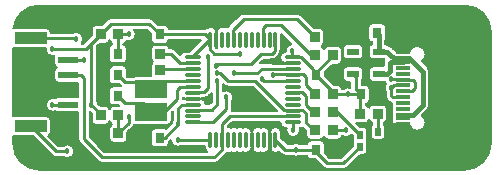
<source format=gtl>
G04 Layer: TopLayer*
G04 EasyEDA Pro v2.0.15, 2023-03-15 12:21:30*
G04 Gerber Generator version 0.3*
G04 Scale: 100 percent, Rotated: No, Reflected: No*
G04 Dimensions in millimeters*
G04 Leading zeros omitted, absolute positions, 3 integers and 3 decimals*
%FSLAX33Y33*%
%MOMM*%
%ADD999C,0.2032*%
%ADD10R,0.806475X0.864006*%
%ADD11R,0.799998X0.899998*%
%ADD12R,0.806475X0.864006*%
%ADD13R,0.799998X0.899998*%
%ADD14R,1.699997X0.599999*%
%ADD15R,2.699995X0.999998*%
%ADD16R,1.299997X0.299999*%
%ADD17O,1.8098X1.199998*%
%ADD18O,1.799996X1.199998*%
%ADD19O,1.999996X1.199998*%
%ADD20R,0.540004X0.636473*%
%ADD21O,1.499997X0.270002*%
%ADD22O,0.270002X1.499997*%
%ADD23R,0.540004X0.636473*%
%ADD24R,0.999998X0.599999*%
%ADD25R,2.699995X1.499997*%
%ADD26C,0.4572*%
%ADD27C,0.254*%
%ADD28C,0.381*%
G75*


G04 Copper Start*
G36*
G01X52982Y-30734D02*
G02X50800Y-32916I-2182J0D01*
G01X14732D01*
G02X12550Y-30734I0J2182D01*
G01Y-30089D01*
G03X12670Y-30110I120J337D01*
G01X14192D01*
G01X15794Y-31712D01*
G03X16137Y-31854I343J343D01*
G01X16815D01*
G03X17145Y-31956I330J485D01*
G03X17732Y-31369I0J587D01*
G03X17145Y-30782I-587J0D01*
G03X16815Y-30884I0J-587D01*
G01X16338D01*
G01X15528Y-30074D01*
G03X15728Y-29752I-158J322D01*
G01Y-28752D01*
G03X15370Y-28394I-358J0D01*
G01X12670D01*
G03X12550Y-28415I0J-358D01*
G01Y-22639D01*
G03X12670Y-22660I120J337D01*
G01X15293D01*
G03X15288Y-22733I582J-73D01*
G03X15875Y-23320I587J0D01*
G03X16017Y-23302I0J587D01*
G03X16014Y-23352I355J-50D01*
G01Y-23952D01*
G03X16221Y-24277I358J0D01*
G03X16014Y-24602I151J-325D01*
G01Y-25202D01*
G03X16372Y-25560I358J0D01*
G01X18057D01*
G01Y-26744D01*
G01X16372D01*
G03X16087Y-26885I0J-358D01*
G03X15875Y-26845I-212J-547D01*
G03X15288Y-27432I0J-587D01*
G03X15875Y-28019I587J0D01*
G03X16126Y-27962I0J587D01*
G03X16372Y-28060I246J260D01*
G01X18057D01*
G01Y-30353D01*
G03X18199Y-30696I485J0D01*
G01X19723Y-32220D01*
G03X20066Y-32362I343J343D01*
G01X29591D01*
G03X29934Y-32220I0J485D01*
G01X30597Y-31557D01*
G03X30641Y-31507I-343J343D01*
G03X30754Y-31520I113J480D01*
G03X31004Y-31452I0J493D01*
G03X31254Y-31520I250J425D01*
G03X31504Y-31452I0J493D01*
G03X31754Y-31520I250J425D01*
G03X32004Y-31452I0J493D01*
G03X32254Y-31520I250J425D01*
G03X32747Y-31027I0J493D01*
G01Y-29797D01*
G03X32254Y-29304I-493J0D01*
G03X32004Y-29372I0J-493D01*
G03X31754Y-29304I-250J-425D01*
G03X31504Y-29372I0J-493D01*
G03X31254Y-29304I-250J-425D01*
G03X31004Y-29372I0J-493D01*
G03X30754Y-29304I-250J-425D01*
G01X30739D01*
G01Y-29256D01*
G01X31098Y-28897D01*
G01X35146D01*
G01Y-28912D01*
G03X35639Y-29405I493J0D01*
G01X35697D01*
G03X35667Y-29591I557J-186D01*
G03X36254Y-30178I587J0D01*
G03X36841Y-29591I0J587D01*
G03X36810Y-29405I-587J0D01*
G01X36869D01*
G03X37062Y-29366I0J493D01*
G01X37347Y-29651D01*
G01Y-30023D01*
G03X37705Y-30381I358J0D01*
G01X38512D01*
G03X38862Y-30098I0J358D01*
G03X39212Y-30381I350J75D01*
G01X40019D01*
G03X40373Y-30076I0J358D01*
G01X40437D01*
G03X40767Y-30178I330J485D01*
G03X41218Y-29966I0J587D01*
G01X41282Y-30030D01*
G01Y-30290D01*
G03X41336Y-30480I358J0D01*
G03X41282Y-30670I304J-190D01*
G01Y-30930D01*
G01X40312Y-31900D01*
G01X39317D01*
G01X38920Y-31503D01*
G01Y-30792D01*
G03X38562Y-30434I-358J0D01*
G01X37762D01*
G03X37406Y-30757I0J-358D01*
G01X36795D01*
G03X36465Y-30655I-330J-485D01*
G03X36135Y-30757I0J-587D01*
G01X35785D01*
G01X35247Y-30219D01*
G01Y-29797D01*
G03X34754Y-29304I-493J0D01*
G03X34261Y-29797I0J-493D01*
G01Y-31027D01*
G03X34754Y-31520I493J0D01*
G03X35065Y-31409I0J493D01*
G01X35241Y-31585D01*
G03X35584Y-31727I343J343D01*
G01X36135D01*
G03X36465Y-31829I330J485D01*
G03X36795Y-31727I0J587D01*
G01X37406D01*
G03X37762Y-32050I356J35D01*
G01X38095D01*
G01X38773Y-32728D01*
G03X39116Y-32870I343J343D01*
G01X40513D01*
G03X40856Y-32728I0J485D01*
G01X41920Y-31665D01*
G01X42180D01*
G03X42538Y-31306I0J358D01*
G01Y-30670D01*
G03X42484Y-30480I-358J0D01*
G03X42538Y-30290I-304J190D01*
G01Y-29654D01*
G03X42180Y-29295I-358J0D01*
G01X41920D01*
G01X41608Y-28984D01*
G01X42322D01*
G03X42672Y-28701I0J358D01*
G03X42949Y-28977I350J75D01*
G01Y-29113D01*
G03X42806Y-29400I215J-286D01*
G01Y-30036D01*
G03X43164Y-30394I358J0D01*
G01X43704D01*
G03X44062Y-30036I0J358D01*
G01Y-29400D01*
G03X43919Y-29113I-358J0D01*
G01Y-28973D01*
G03X44187Y-28626I-91J347D01*
G01Y-27762D01*
G03X43829Y-27404I-358J0D01*
G01X43022D01*
G03X42672Y-27687I0J-358D01*
G03X42404Y-27413I-350J-75D01*
G01Y-27350D01*
G03X42730Y-26993I-32J357D01*
G01Y-26093D01*
G03X42372Y-25735I-358J0D01*
G01X42057D01*
G01Y-25393D01*
G03X42176Y-25126I-239J267D01*
G01Y-24526D01*
G03X41818Y-24168I-358J0D01*
G01X40818D01*
G03X40460Y-24526I0J-358D01*
G01Y-25126D01*
G03X40818Y-25484I358J0D01*
G01X41087D01*
G01Y-26003D01*
G03X40858Y-25956I-229J-540D01*
G03X40528Y-26058I0J-587D01*
G01X40373D01*
G03X40019Y-25753I-354J-53D01*
G01X39709D01*
G01X38920Y-24964D01*
G01Y-24622D01*
G01X39511Y-24031D01*
G01X40019D01*
G03X40377Y-23673I0J358D01*
G01Y-22809D01*
G03X40019Y-22451I-358J0D01*
G01X39212D01*
G03X38862Y-22734I0J-358D01*
G03X38651Y-22479I-350J-75D01*
G03X38870Y-22149I-139J330D01*
G01Y-21285D01*
G03X38512Y-20927I-358J0D01*
G01X38005D01*
G01X36928Y-19850D01*
G03X36585Y-19708I-343J-343D01*
G01X32054D01*
G03X31711Y-19850I0J-485D01*
G01X30850Y-20711D01*
G03X30777Y-20804I343J-343D01*
G01X30754D01*
G03X30504Y-20872I0J-493D01*
G03X30254Y-20804I-250J-425D01*
G03X29761Y-21297I0J-493D01*
G01Y-22527D01*
G03X29767Y-22604I493J0D01*
G01X29744Y-22581D01*
G03X29747Y-22527I-490J54D01*
G01Y-21297D01*
G03X29254Y-20804I-493J0D01*
G03X28873Y-20984I0J-493D01*
G03X28799Y-20978I-74J-479D01*
G01X25713D01*
G03X25357Y-20655I-356J-35D01*
G01X24835D01*
G01X24411Y-20231D01*
G03X24068Y-20089I-343J-343D01*
G01X20837D01*
G03X20494Y-20231I0J-485D01*
G01X20052Y-20673D01*
G01X19544D01*
G03X19186Y-21031I0J-358D01*
G01Y-21538D01*
G01X18707Y-22018D01*
G01X18477Y-22248D01*
G01X18333D01*
G03X18494Y-21844I-426J404D01*
G03X17907Y-21257I-587J0D01*
G03X17649Y-21317I0J-587D01*
G01X15728D01*
G01Y-21302D01*
G03X15370Y-20944I-358J0D01*
G01X12670D01*
G03X12564Y-20960I0J-358D01*
G02X14732Y-19027I2168J-249D01*
G01X50800D01*
G02X52982Y-21209I0J-2182D01*
G01Y-30734D01*
G37*
%LPC*%
G36*
G01X46083Y-29093D02*
G03X46771Y-29633I688J168D01*
G03X47479Y-28925I0J708D01*
G03X47135Y-28317I-708J0D01*
G01X47632Y-27820D01*
G03X47793Y-27432I-388J388D01*
G01Y-24638D01*
G03X47632Y-24250I-549J0D01*
G01X47135Y-23753D01*
G03X47479Y-23145I-364J608D01*
G03X46771Y-22437I-708J0D01*
G03X46094Y-22936I0J-708D01*
G01X46091D01*
G01X45591D01*
G01X45009D01*
G03X44731Y-22675I-519J-274D01*
G01X44593Y-22538D01*
G03X44281Y-22383I-388J-388D01*
G03X44067Y-22271I-263J-243D01*
G01Y-21990D01*
G03X44130Y-21786I-295J204D01*
G01Y-20886D01*
G03X43772Y-20528I-358J0D01*
G01X42972D01*
G03X42614Y-20886I0J-358D01*
G01Y-21786D01*
G03X42969Y-22144I358J0D01*
G01Y-22271D01*
G03X42660Y-22626I49J-355D01*
G01Y-23226D01*
G03X43018Y-23584I358J0D01*
G01X43985D01*
G03X43901Y-23876I465J-292D01*
G01Y-24168D01*
G01X43018D01*
G03X42660Y-24526I0J-358D01*
G01Y-25126D01*
G03X43018Y-25484I358J0D01*
G01X44018D01*
G01X44029D01*
G03X44106Y-25623I548J211D01*
G03X43990Y-25972I471J-350D01*
G03X44092Y-26302I587J0D01*
G01Y-26670D01*
G03X44234Y-27013I485J0D01*
G01X44349Y-27128D01*
G03X44583Y-27258I343J343D01*
G01Y-27435D01*
G03X44597Y-27535I358J0D01*
G03X44583Y-27635I344J-100D01*
G01Y-27935D01*
G03X44597Y-28035I358J0D01*
G03X44583Y-28135I344J-100D01*
G01Y-28435D01*
G01Y-28735D01*
G03X44941Y-29093I358J0D01*
G01X46083D01*
G37*
G36*
G01X33754Y-31520D02*
G03X34247Y-31027I0J493D01*
G01Y-29797D01*
G03X33754Y-29304I-493J0D01*
G03X33504Y-29372I0J-493D01*
G03X33254Y-29304I-250J-425D01*
G03X32761Y-29797I0J-493D01*
G01Y-31027D01*
G03X33254Y-31520I493J0D01*
G03X33504Y-31452I0J493D01*
G03X33754Y-31520I250J425D01*
G37*
G36*
G01X40460Y-23226D02*
G03X40818Y-23584I358J0D01*
G01X41818D01*
G03X42176Y-23226I0J358D01*
G01Y-22626D01*
G03X41818Y-22268I-358J0D01*
G01X40818D01*
G03X40460Y-22626I0J-358D01*
G01Y-23226D01*
G37*
%LPD*%
G36*
G01X20267Y-31392D02*
G01X19027Y-30152D01*
G01Y-27999D01*
G03X19067Y-28008I150J567D01*
G01X19186Y-28127D01*
G01Y-28753D01*
G03X19544Y-29111I358J0D01*
G01X20351D01*
G03X20701Y-28828I0J358D01*
G03X20912Y-29083I350J75D01*
G03X20693Y-29413I139J-330D01*
G01Y-30277D01*
G03X21051Y-30635I358J0D01*
G01X21858D01*
G03X22216Y-30277I0J358D01*
G01Y-29770D01*
G01X22695Y-29290D01*
G03X22814Y-29097I-343J343D01*
G03X22907Y-29109I93J346D01*
G01X25607D01*
G03X25965Y-28751I0J358D01*
G01Y-28061D01*
G01X26058Y-27968D01*
G01Y-28753D01*
G03X25967Y-28973I485J-330D01*
G01X25495Y-29445D01*
G03X25357Y-29418I-138J-331D01*
G01X24557D01*
G03X24199Y-29776I0J-358D01*
G01Y-30676D01*
G03X24557Y-31034I358J0D01*
G01X25357D01*
G03X25715Y-30676I0J358D01*
G01Y-30595D01*
G03X25743Y-30569I-315J369D01*
G01X25897Y-30415D01*
G03X26484Y-30999I587J3D01*
G03X26814Y-30897I0J587D01*
G01X28761D01*
G01Y-31027D01*
G03X28922Y-31392I493J0D01*
G01X20267D01*
G37*
G36*
G01X20701Y-27814D02*
G03X20351Y-27531I-350J-75D01*
G01X19962D01*
G01X19753Y-27322D01*
G03X19662Y-27102I-576J-110D01*
G01Y-22488D01*
G03X19660Y-22437I-485J0D01*
G01X19844Y-22253D01*
G01X20351D01*
G03X20701Y-21970I0J358D01*
G03X20916Y-22227I350J75D01*
G01Y-22316D01*
G03X20643Y-22664I85J-348D01*
G01Y-23564D01*
G03X21001Y-23922I358J0D01*
G01X21801D01*
G03X22159Y-23564I0J358D01*
G01Y-22664D01*
G03X21886Y-22316I-358J0D01*
G01Y-22252D01*
G03X22190Y-22027I-29J357D01*
G03X22352Y-22050I162J564D01*
G03X22939Y-21463I0J587D01*
G03X22778Y-21059I-587J0D01*
G01X23867D01*
G01X24199Y-21391D01*
G01Y-21913D01*
G03X24557Y-22271I358J0D01*
G01X25357D01*
G03X25713Y-21948I0J358D01*
G01X28415D01*
G01X27444Y-22919D01*
G01X27139D01*
G03X26689Y-23209I0J-493D01*
G01X26251Y-22771D01*
G03X25908Y-22629I-343J-343D01*
G01X25768D01*
G03X25414Y-22324I-354J-53D01*
G01X24607D01*
G03X24249Y-22682I0J-358D01*
G01Y-23546D01*
G03X24368Y-23812I358J0D01*
G03X24249Y-24079I239J-266D01*
G01Y-24943D01*
G03X24252Y-24993I358J0D01*
G01X22907D01*
G03X22739Y-25035I0J-358D01*
G01X22180D01*
G01X22159Y-25014D01*
G01Y-24442D01*
G03X21801Y-24084I-358J0D01*
G01X21001D01*
G03X20643Y-24442I0J-358D01*
G01Y-25342D01*
G03X21001Y-25700I358J0D01*
G01X21473D01*
G01X21635Y-25862D01*
G01X21001D01*
G03X20643Y-26220I0J-358D01*
G01Y-27120D01*
G03X21001Y-27478I358J0D01*
G01X21473D01*
G01X21526Y-27531D01*
G01X21051D01*
G03X20701Y-27814I0J-358D01*
G37*
G36*
G01X28861Y-27371D02*
G03X28369Y-26919I-491J-41D01*
G01X27139D01*
G03X27051Y-26927I0J-493D01*
G01X26901D01*
G01Y-26924D01*
G01Y-26844D01*
G03X27139Y-26905I238J432D01*
G01X28369D01*
G03X28612Y-26841I0J493D01*
G01X28709D01*
G03X29052Y-26699I0J485D01*
G01X29360Y-26391D01*
G01Y-27154D01*
G01X29143Y-27371D01*
G01X28861D01*
G37*
G36*
G01X31079Y-27927D02*
G03X31092Y-27813I-472J114D01*
G01Y-27127D01*
G03X31194Y-26797I-485J330D01*
G03X30607Y-26210I-587J0D01*
G03X30330Y-26280I0J-587D01*
G01Y-25730D01*
G03X30349Y-25701I-485J330D01*
G01X30391Y-25743D01*
G03X30734Y-25885I343J343D01*
G01X32811D01*
G01X34853Y-27927D01*
G01X31079D01*
G37*
G36*
G01X33413Y-23915D02*
G01X33729Y-23599D01*
G01X34461D01*
G03X34804Y-23457I0J485D01*
G01X35036Y-23225D01*
G03X35178Y-22882I-343J343D01*
G01Y-22779D01*
G03X35247Y-22527I-424J252D01*
G01Y-21425D01*
G01X36103Y-22281D01*
G03X35608Y-22860I92J-579D01*
G03X35611Y-22920I587J0D01*
G03X35146Y-23412I28J-492D01*
G03X35459Y-23871I493J0D01*
G01X33615D01*
G03X33413Y-23915I0J-485D01*
G37*
G36*
G01X36808Y-23905D02*
G01X36822Y-23919D01*
G01X36276D01*
G03X36244Y-23905I-210J-437D01*
G01X36808D01*
G37*
G54D999*
G01X52982Y-30734D02*
G02X50800Y-32916I-2182J0D01*
G01X14732D01*
G02X12550Y-30734I0J2182D01*
G01Y-30089D01*
G03X12670Y-30110I120J337D01*
G01X14192D01*
G01X15794Y-31712D01*
G03X16137Y-31854I343J343D01*
G01X16815D01*
G03X17145Y-31956I330J485D01*
G03X17732Y-31369I0J587D01*
G03X17145Y-30782I-587J0D01*
G03X16815Y-30884I0J-587D01*
G01X16338D01*
G01X15528Y-30074D01*
G03X15728Y-29752I-158J322D01*
G01Y-28752D01*
G03X15370Y-28394I-358J0D01*
G01X12670D01*
G03X12550Y-28415I0J-358D01*
G01Y-22639D01*
G03X12670Y-22660I120J337D01*
G01X15293D01*
G03X15288Y-22733I582J-73D01*
G03X15875Y-23320I587J0D01*
G03X16017Y-23302I0J587D01*
G03X16014Y-23352I355J-50D01*
G01Y-23952D01*
G03X16221Y-24277I358J0D01*
G03X16014Y-24602I151J-325D01*
G01Y-25202D01*
G03X16372Y-25560I358J0D01*
G01X18057D01*
G01Y-26744D01*
G01X16372D01*
G03X16087Y-26885I0J-358D01*
G03X15875Y-26845I-212J-547D01*
G03X15288Y-27432I0J-587D01*
G03X15875Y-28019I587J0D01*
G03X16126Y-27962I0J587D01*
G03X16372Y-28060I246J260D01*
G01X18057D01*
G01Y-30353D01*
G03X18199Y-30696I485J0D01*
G01X19723Y-32220D01*
G03X20066Y-32362I343J343D01*
G01X29591D01*
G03X29934Y-32220I0J485D01*
G01X30597Y-31557D01*
G03X30641Y-31507I-343J343D01*
G03X30754Y-31520I113J480D01*
G03X31004Y-31452I0J493D01*
G03X31254Y-31520I250J425D01*
G03X31504Y-31452I0J493D01*
G03X31754Y-31520I250J425D01*
G03X32004Y-31452I0J493D01*
G03X32254Y-31520I250J425D01*
G03X32747Y-31027I0J493D01*
G01Y-29797D01*
G03X32254Y-29304I-493J0D01*
G03X32004Y-29372I0J-493D01*
G03X31754Y-29304I-250J-425D01*
G03X31504Y-29372I0J-493D01*
G03X31254Y-29304I-250J-425D01*
G03X31004Y-29372I0J-493D01*
G03X30754Y-29304I-250J-425D01*
G01X30739D01*
G01Y-29256D01*
G01X31098Y-28897D01*
G01X35146D01*
G01Y-28912D01*
G03X35639Y-29405I493J0D01*
G01X35697D01*
G03X35667Y-29591I557J-186D01*
G03X36254Y-30178I587J0D01*
G03X36841Y-29591I0J587D01*
G03X36810Y-29405I-587J0D01*
G01X36869D01*
G03X37062Y-29366I0J493D01*
G01X37347Y-29651D01*
G01Y-30023D01*
G03X37705Y-30381I358J0D01*
G01X38512D01*
G03X38862Y-30098I0J358D01*
G03X39212Y-30381I350J75D01*
G01X40019D01*
G03X40373Y-30076I0J358D01*
G01X40437D01*
G03X40767Y-30178I330J485D01*
G03X41218Y-29966I0J587D01*
G01X41282Y-30030D01*
G01Y-30290D01*
G03X41336Y-30480I358J0D01*
G03X41282Y-30670I304J-190D01*
G01Y-30930D01*
G01X40312Y-31900D01*
G01X39317D01*
G01X38920Y-31503D01*
G01Y-30792D01*
G03X38562Y-30434I-358J0D01*
G01X37762D01*
G03X37406Y-30757I0J-358D01*
G01X36795D01*
G03X36465Y-30655I-330J-485D01*
G03X36135Y-30757I0J-587D01*
G01X35785D01*
G01X35247Y-30219D01*
G01Y-29797D01*
G03X34754Y-29304I-493J0D01*
G03X34261Y-29797I0J-493D01*
G01Y-31027D01*
G03X34754Y-31520I493J0D01*
G03X35065Y-31409I0J493D01*
G01X35241Y-31585D01*
G03X35584Y-31727I343J343D01*
G01X36135D01*
G03X36465Y-31829I330J485D01*
G03X36795Y-31727I0J587D01*
G01X37406D01*
G03X37762Y-32050I356J35D01*
G01X38095D01*
G01X38773Y-32728D01*
G03X39116Y-32870I343J343D01*
G01X40513D01*
G03X40856Y-32728I0J485D01*
G01X41920Y-31665D01*
G01X42180D01*
G03X42538Y-31306I0J358D01*
G01Y-30670D01*
G03X42484Y-30480I-358J0D01*
G03X42538Y-30290I-304J190D01*
G01Y-29654D01*
G03X42180Y-29295I-358J0D01*
G01X41920D01*
G01X41608Y-28984D01*
G01X42322D01*
G03X42672Y-28701I0J358D01*
G03X42949Y-28977I350J75D01*
G01Y-29113D01*
G03X42806Y-29400I215J-286D01*
G01Y-30036D01*
G03X43164Y-30394I358J0D01*
G01X43704D01*
G03X44062Y-30036I0J358D01*
G01Y-29400D01*
G03X43919Y-29113I-358J0D01*
G01Y-28973D01*
G03X44187Y-28626I-91J347D01*
G01Y-27762D01*
G03X43829Y-27404I-358J0D01*
G01X43022D01*
G03X42672Y-27687I0J-358D01*
G03X42404Y-27413I-350J-75D01*
G01Y-27350D01*
G03X42730Y-26993I-32J357D01*
G01Y-26093D01*
G03X42372Y-25735I-358J0D01*
G01X42057D01*
G01Y-25393D01*
G03X42176Y-25126I-239J267D01*
G01Y-24526D01*
G03X41818Y-24168I-358J0D01*
G01X40818D01*
G03X40460Y-24526I0J-358D01*
G01Y-25126D01*
G03X40818Y-25484I358J0D01*
G01X41087D01*
G01Y-26003D01*
G03X40858Y-25956I-229J-540D01*
G03X40528Y-26058I0J-587D01*
G01X40373D01*
G03X40019Y-25753I-354J-53D01*
G01X39709D01*
G01X38920Y-24964D01*
G01Y-24622D01*
G01X39511Y-24031D01*
G01X40019D01*
G03X40377Y-23673I0J358D01*
G01Y-22809D01*
G03X40019Y-22451I-358J0D01*
G01X39212D01*
G03X38862Y-22734I0J-358D01*
G03X38651Y-22479I-350J-75D01*
G03X38870Y-22149I-139J330D01*
G01Y-21285D01*
G03X38512Y-20927I-358J0D01*
G01X38005D01*
G01X36928Y-19850D01*
G03X36585Y-19708I-343J-343D01*
G01X32054D01*
G03X31711Y-19850I0J-485D01*
G01X30850Y-20711D01*
G03X30777Y-20804I343J-343D01*
G01X30754D01*
G03X30504Y-20872I0J-493D01*
G03X30254Y-20804I-250J-425D01*
G03X29761Y-21297I0J-493D01*
G01Y-22527D01*
G03X29767Y-22604I493J0D01*
G01X29744Y-22581D01*
G03X29747Y-22527I-490J54D01*
G01Y-21297D01*
G03X29254Y-20804I-493J0D01*
G03X28873Y-20984I0J-493D01*
G03X28799Y-20978I-74J-479D01*
G01X25713D01*
G03X25357Y-20655I-356J-35D01*
G01X24835D01*
G01X24411Y-20231D01*
G03X24068Y-20089I-343J-343D01*
G01X20837D01*
G03X20494Y-20231I0J-485D01*
G01X20052Y-20673D01*
G01X19544D01*
G03X19186Y-21031I0J-358D01*
G01Y-21538D01*
G01X18707Y-22018D01*
G01X18477Y-22248D01*
G01X18333D01*
G03X18494Y-21844I-426J404D01*
G03X17907Y-21257I-587J0D01*
G03X17649Y-21317I0J-587D01*
G01X15728D01*
G01Y-21302D01*
G03X15370Y-20944I-358J0D01*
G01X12670D01*
G03X12564Y-20960I0J-358D01*
G02X14732Y-19027I2168J-249D01*
G01X50800D01*
G02X52982Y-21209I0J-2182D01*
G01Y-30734D01*
G01X46083Y-29093D02*
G03X46771Y-29633I688J168D01*
G03X47479Y-28925I0J708D01*
G03X47135Y-28317I-708J0D01*
G01X47632Y-27820D01*
G03X47793Y-27432I-388J388D01*
G01Y-24638D01*
G03X47632Y-24250I-549J0D01*
G01X47135Y-23753D01*
G03X47479Y-23145I-364J608D01*
G03X46771Y-22437I-708J0D01*
G03X46094Y-22936I0J-708D01*
G01X46091D01*
G01X45591D01*
G01X45009D01*
G03X44731Y-22675I-519J-274D01*
G01X44593Y-22538D01*
G03X44281Y-22383I-388J-388D01*
G03X44067Y-22271I-263J-243D01*
G01Y-21990D01*
G03X44130Y-21786I-295J204D01*
G01Y-20886D01*
G03X43772Y-20528I-358J0D01*
G01X42972D01*
G03X42614Y-20886I0J-358D01*
G01Y-21786D01*
G03X42969Y-22144I358J0D01*
G01Y-22271D01*
G03X42660Y-22626I49J-355D01*
G01Y-23226D01*
G03X43018Y-23584I358J0D01*
G01X43985D01*
G03X43901Y-23876I465J-292D01*
G01Y-24168D01*
G01X43018D01*
G03X42660Y-24526I0J-358D01*
G01Y-25126D01*
G03X43018Y-25484I358J0D01*
G01X44018D01*
G01X44029D01*
G03X44106Y-25623I548J211D01*
G03X43990Y-25972I471J-350D01*
G03X44092Y-26302I587J0D01*
G01Y-26670D01*
G03X44234Y-27013I485J0D01*
G01X44349Y-27128D01*
G03X44583Y-27258I343J343D01*
G01Y-27435D01*
G03X44597Y-27535I358J0D01*
G03X44583Y-27635I344J-100D01*
G01Y-27935D01*
G03X44597Y-28035I358J0D01*
G03X44583Y-28135I344J-100D01*
G01Y-28435D01*
G01Y-28735D01*
G03X44941Y-29093I358J0D01*
G01X46083D01*
G01X33754Y-31520D02*
G03X34247Y-31027I0J493D01*
G01Y-29797D01*
G03X33754Y-29304I-493J0D01*
G03X33504Y-29372I0J-493D01*
G03X33254Y-29304I-250J-425D01*
G03X32761Y-29797I0J-493D01*
G01Y-31027D01*
G03X33254Y-31520I493J0D01*
G03X33504Y-31452I0J493D01*
G03X33754Y-31520I250J425D01*
G01X40460Y-23226D02*
G03X40818Y-23584I358J0D01*
G01X41818D01*
G03X42176Y-23226I0J358D01*
G01Y-22626D01*
G03X41818Y-22268I-358J0D01*
G01X40818D01*
G03X40460Y-22626I0J-358D01*
G01Y-23226D01*
G01X20267Y-31392D02*
G01X19027Y-30152D01*
G01Y-27999D01*
G03X19067Y-28008I150J567D01*
G01X19186Y-28127D01*
G01Y-28753D01*
G03X19544Y-29111I358J0D01*
G01X20351D01*
G03X20701Y-28828I0J358D01*
G03X20912Y-29083I350J75D01*
G03X20693Y-29413I139J-330D01*
G01Y-30277D01*
G03X21051Y-30635I358J0D01*
G01X21858D01*
G03X22216Y-30277I0J358D01*
G01Y-29770D01*
G01X22695Y-29290D01*
G03X22814Y-29097I-343J343D01*
G03X22907Y-29109I93J346D01*
G01X25607D01*
G03X25965Y-28751I0J358D01*
G01Y-28061D01*
G01X26058Y-27968D01*
G01Y-28753D01*
G03X25967Y-28973I485J-330D01*
G01X25495Y-29445D01*
G03X25357Y-29418I-138J-331D01*
G01X24557D01*
G03X24199Y-29776I0J-358D01*
G01Y-30676D01*
G03X24557Y-31034I358J0D01*
G01X25357D01*
G03X25715Y-30676I0J358D01*
G01Y-30595D01*
G03X25743Y-30569I-315J369D01*
G01X25897Y-30415D01*
G03X26484Y-30999I587J3D01*
G03X26814Y-30897I0J587D01*
G01X28761D01*
G01Y-31027D01*
G03X28922Y-31392I493J0D01*
G01X20267D01*
G01X20701Y-27814D02*
G03X20351Y-27531I-350J-75D01*
G01X19962D01*
G01X19753Y-27322D01*
G03X19662Y-27102I-576J-110D01*
G01Y-22488D01*
G03X19660Y-22437I-485J0D01*
G01X19844Y-22253D01*
G01X20351D01*
G03X20701Y-21970I0J358D01*
G03X20916Y-22227I350J75D01*
G01Y-22316D01*
G03X20643Y-22664I85J-348D01*
G01Y-23564D01*
G03X21001Y-23922I358J0D01*
G01X21801D01*
G03X22159Y-23564I0J358D01*
G01Y-22664D01*
G03X21886Y-22316I-358J0D01*
G01Y-22252D01*
G03X22190Y-22027I-29J357D01*
G03X22352Y-22050I162J564D01*
G03X22939Y-21463I0J587D01*
G03X22778Y-21059I-587J0D01*
G01X23867D01*
G01X24199Y-21391D01*
G01Y-21913D01*
G03X24557Y-22271I358J0D01*
G01X25357D01*
G03X25713Y-21948I0J358D01*
G01X28415D01*
G01X27444Y-22919D01*
G01X27139D01*
G03X26689Y-23209I0J-493D01*
G01X26251Y-22771D01*
G03X25908Y-22629I-343J-343D01*
G01X25768D01*
G03X25414Y-22324I-354J-53D01*
G01X24607D01*
G03X24249Y-22682I0J-358D01*
G01Y-23546D01*
G03X24368Y-23812I358J0D01*
G03X24249Y-24079I239J-266D01*
G01Y-24943D01*
G03X24252Y-24993I358J0D01*
G01X22907D01*
G03X22739Y-25035I0J-358D01*
G01X22180D01*
G01X22159Y-25014D01*
G01Y-24442D01*
G03X21801Y-24084I-358J0D01*
G01X21001D01*
G03X20643Y-24442I0J-358D01*
G01Y-25342D01*
G03X21001Y-25700I358J0D01*
G01X21473D01*
G01X21635Y-25862D01*
G01X21001D01*
G03X20643Y-26220I0J-358D01*
G01Y-27120D01*
G03X21001Y-27478I358J0D01*
G01X21473D01*
G01X21526Y-27531D01*
G01X21051D01*
G03X20701Y-27814I0J-358D01*
G01X28861Y-27371D02*
G03X28369Y-26919I-491J-41D01*
G01X27139D01*
G03X27051Y-26927I0J-493D01*
G01X26901D01*
G01Y-26924D01*
G01Y-26844D01*
G03X27139Y-26905I238J432D01*
G01X28369D01*
G03X28612Y-26841I0J493D01*
G01X28709D01*
G03X29052Y-26699I0J485D01*
G01X29360Y-26391D01*
G01Y-27154D01*
G01X29143Y-27371D01*
G01X28861D01*
G01X31079Y-27927D02*
G03X31092Y-27813I-472J114D01*
G01Y-27127D01*
G03X31194Y-26797I-485J330D01*
G03X30607Y-26210I-587J0D01*
G03X30330Y-26280I0J-587D01*
G01Y-25730D01*
G03X30349Y-25701I-485J330D01*
G01X30391Y-25743D01*
G03X30734Y-25885I343J343D01*
G01X32811D01*
G01X34853Y-27927D01*
G01X31079D01*
G01X33413Y-23915D02*
G01X33729Y-23599D01*
G01X34461D01*
G03X34804Y-23457I0J485D01*
G01X35036Y-23225D01*
G03X35178Y-22882I-343J343D01*
G01Y-22779D01*
G03X35247Y-22527I-424J252D01*
G01Y-21425D01*
G01X36103Y-22281D01*
G03X35608Y-22860I92J-579D01*
G03X35611Y-22920I587J0D01*
G03X35146Y-23412I28J-492D01*
G03X35459Y-23871I493J0D01*
G01X33615D01*
G03X33413Y-23915I0J-485D01*
G01X36808Y-23905D02*
G01X36822Y-23919D01*
G01X36276D01*
G03X36244Y-23905I-210J-437D01*
G01X36808D01*
G04 Copper End*

G04 Pad Start*
G54D10*
G01X25010Y-23114D03*
G01X23504Y-23114D03*
G54D11*
G01X21401Y-24892D03*
G01X20001Y-24892D03*
G01X21401Y-26670D03*
G01X20001Y-26670D03*
G54D12*
G01X19948Y-21463D03*
G01X21454Y-21463D03*
G54D11*
G01X21401Y-23114D03*
G01X20001Y-23114D03*
G54D12*
G01X19948Y-28321D03*
G01X21454Y-28321D03*
G54D10*
G01X21454Y-29845D03*
G01X19948Y-29845D03*
G01X39615Y-23241D03*
G01X38109Y-23241D03*
G54D12*
G01X38109Y-29591D03*
G01X39615Y-29591D03*
G54D11*
G01X24957Y-21463D03*
G01X23557Y-21463D03*
G54D13*
G01X38162Y-24892D03*
G01X39562Y-24892D03*
G54D11*
G01X24957Y-30226D03*
G01X23557Y-30226D03*
G54D13*
G01X38162Y-31242D03*
G01X39562Y-31242D03*
G54D14*
G01X17222Y-27402D03*
G01X17222Y-26152D03*
G01X17222Y-24902D03*
G01X17222Y-23652D03*
G54D15*
G01X14020Y-29252D03*
G01X14020Y-21802D03*
G54D16*
G01X45591Y-29385D03*
G01X45591Y-29085D03*
G01X45591Y-28585D03*
G01X45591Y-28285D03*
G01X45591Y-27785D03*
G01X45591Y-27285D03*
G01X45591Y-26785D03*
G01X45591Y-26285D03*
G01X45591Y-25785D03*
G01X45591Y-25285D03*
G01X45591Y-24285D03*
G01X45591Y-23785D03*
G01X45591Y-23485D03*
G01X45591Y-22985D03*
G01X45591Y-22685D03*
G01X45591Y-24785D03*
G54D18*
G01X50421Y-30355D03*
G01X50421Y-21715D03*
G54D19*
G01X46241Y-21715D03*
G01X46241Y-30355D03*
G54D20*
G01X43434Y-30734D03*
G01X43434Y-29718D03*
G54D10*
G01X25010Y-24511D03*
G01X23504Y-24511D03*
G01X39615Y-26543D03*
G01X38109Y-26543D03*
G54D21*
G01X27754Y-23412D03*
G01X27754Y-23912D03*
G01X27754Y-24412D03*
G01X27754Y-24912D03*
G01X27754Y-25412D03*
G01X27754Y-25912D03*
G01X27754Y-26412D03*
G01X27754Y-26912D03*
G01X27754Y-27412D03*
G01X27754Y-27912D03*
G01X27754Y-28412D03*
G01X27754Y-28912D03*
G54D22*
G01X29254Y-30412D03*
G01X29754Y-30412D03*
G01X30254Y-30412D03*
G01X30754Y-30412D03*
G01X31254Y-30412D03*
G01X31754Y-30412D03*
G01X32254Y-30412D03*
G01X32754Y-30412D03*
G01X33254Y-30412D03*
G01X33754Y-30412D03*
G01X34254Y-30412D03*
G01X34754Y-30412D03*
G54D21*
G01X36254Y-28912D03*
G01X36254Y-28412D03*
G01X36254Y-27912D03*
G01X36254Y-27412D03*
G01X36254Y-26912D03*
G01X36254Y-26412D03*
G01X36254Y-25912D03*
G01X36254Y-25412D03*
G01X36254Y-24912D03*
G01X36254Y-24412D03*
G01X36254Y-23912D03*
G01X36254Y-23412D03*
G54D22*
G01X34754Y-21912D03*
G01X34254Y-21912D03*
G01X33754Y-21912D03*
G01X33254Y-21912D03*
G01X32754Y-21912D03*
G01X32254Y-21912D03*
G01X31754Y-21912D03*
G01X31254Y-21912D03*
G01X30754Y-21912D03*
G01X30254Y-21912D03*
G01X29754Y-21912D03*
G01X29254Y-21912D03*
G54D12*
G01X38109Y-21717D03*
G01X39615Y-21717D03*
G54D10*
G01X43425Y-28194D03*
G01X41919Y-28194D03*
G01X39615Y-28067D03*
G01X38109Y-28067D03*
G54D23*
G01X41910Y-29972D03*
G01X41910Y-30988D03*
G54D13*
G01X41972Y-26543D03*
G01X43372Y-26543D03*
G54D11*
G01X43372Y-21336D03*
G01X41972Y-21336D03*
G54D24*
G01X43518Y-23876D03*
G01X43518Y-22926D03*
G01X43518Y-24826D03*
G01X41318Y-22926D03*
G01X41318Y-24826D03*
G54D25*
G01X24257Y-28001D03*
G01X24257Y-26101D03*
G04 Pad End*

G04 Via Start*
G54D26*
G01X33655Y-25273D03*
G01X28448Y-31115D03*
G01X20701Y-25781D03*
G01X13970Y-20320D03*
G01X42418Y-23876D03*
G01X34417Y-23749D03*
G01X36195Y-22860D03*
G01X22352Y-28448D03*
G01X15875Y-22733D03*
G01X15875Y-27432D03*
G01X31750Y-23114D03*
G01X36465Y-31242D03*
G01X40858Y-26543D03*
G01X30607Y-26797D03*
G01X29845Y-25400D03*
G01X31242Y-24765D03*
G01X29845Y-24765D03*
G01X18542Y-23622D03*
G01X17907Y-21844D03*
G01X29718Y-24130D03*
G01X29083Y-23368D03*
G01X22352Y-21463D03*
G01X44577Y-25273D03*
G01X44577Y-25972D03*
G01X44490Y-23210D03*
G01X26543Y-29083D03*
G01X19177Y-27432D03*
G01X15494Y-24892D03*
G01X17907Y-28829D03*
G01X32512Y-26797D03*
G01X22479Y-22987D03*
G01X29083Y-27051D03*
G01X17145Y-31369D03*
G01X13589Y-31115D03*
G01X34544Y-24879D03*
G01X32754Y-32258D03*
G01X34254Y-32258D03*
G01X26484Y-30412D03*
G01X40767Y-29591D03*
G01X36254Y-29591D03*
G01X26797Y-22352D03*
G01X39751Y-21844D03*
G01X37084Y-30353D03*
G04 Via End*

G04 Track Start*
G54D27*
G01X27693Y-23356D02*
G01X29193Y-21856D01*
G01X28799Y-21463D02*
G01X29193Y-21856D01*
G01X24957Y-21463D02*
G01X28799Y-21463D01*
G01X20701Y-25781D02*
G01X20701Y-25592D01*
G01X20001Y-24892D01*
G01X42418Y-23876D02*
G01X43772Y-23876D01*
G01X36195Y-22860D02*
G01X36195Y-23354D01*
G01X36193Y-23356D01*
G01X39615Y-26345D02*
G01X39615Y-26543D01*
G01X38162Y-24892D02*
G01X39615Y-26345D01*
G01X22352Y-28448D02*
G01X22352Y-28947D01*
G01X21454Y-29845D01*
G01X20890Y-24003D02*
G01X22479Y-24003D01*
G01X20001Y-24892D02*
G01X20890Y-24003D01*
G01X38162Y-24694D02*
G01X38162Y-24892D01*
G01X39615Y-23241D02*
G01X38162Y-24694D01*
G01X20837Y-20574D02*
G01X24068Y-20574D01*
G01X24957Y-21463D01*
G01X19948Y-21463D02*
G01X20837Y-20574D01*
G01X31750Y-23114D02*
G01X29591Y-23114D01*
G01X29193Y-22716D01*
G01X29193Y-21856D02*
G01X29193Y-22716D01*
G01X37973Y-24703D02*
G01X38162Y-24892D01*
G01X37973Y-24384D02*
G01X37973Y-24703D01*
G01X36945Y-23356D02*
G01X37973Y-24384D01*
G01X36193Y-23356D02*
G01X36945Y-23356D01*
G01X37749Y-23241D02*
G01X38109Y-23241D01*
G01X35209Y-20701D02*
G01X37749Y-23241D01*
G01X36465Y-31242D02*
G01X38162Y-31242D01*
G01X40858Y-26543D02*
G01X41919Y-26543D01*
G01X39615Y-26543D02*
G01X40858Y-26543D01*
G01X19050Y-22361D02*
G01X18678Y-22733D01*
G01X19948Y-21463D02*
G01X19050Y-22361D01*
G01X19948Y-28203D02*
G01X19948Y-28321D01*
G01X15875Y-27432D02*
G01X17222Y-27432D01*
G01X18249Y-24902D02*
G01X17222Y-24902D01*
G01X18512Y-23652D02*
G01X18542Y-23622D01*
G01X17222Y-23652D02*
G01X18512Y-23652D01*
G01X17865Y-21802D02*
G01X17907Y-21844D01*
G54D28*
G01X45591Y-23485D02*
G01X46091Y-23485D01*
G01X47244Y-24638D01*
G54D27*
G01X44692Y-26785D02*
G01X45591Y-26785D01*
G01X44577Y-26670D02*
G01X44692Y-26785D01*
G01X44577Y-25972D02*
G01X44577Y-26670D01*
G01X44764Y-25785D02*
G01X44577Y-25972D01*
G01X45591Y-25785D02*
G01X44764Y-25785D01*
G01X46609Y-25476D02*
G01X46609Y-26035D01*
G01X46351Y-26285D02*
G01X45591Y-26285D01*
G01X46355Y-26289D02*
G01X46351Y-26285D01*
G01X46609Y-26035D02*
G01X46355Y-26289D01*
G01X46418Y-25285D02*
G01X46609Y-25476D01*
G01X45591Y-25285D02*
G01X46418Y-25285D01*
G01X41572Y-26143D02*
G01X41972Y-26543D01*
G01X41572Y-25080D02*
G01X41572Y-26143D01*
G01X41919Y-26543D02*
G01X41972Y-26543D01*
G01X41919Y-28194D02*
G01X41919Y-26543D01*
G01X43434Y-28203D02*
G01X43434Y-29718D01*
G01X43425Y-28194D02*
G01X43434Y-28203D01*
G01X37973Y-28067D02*
G01X38109Y-28067D01*
G01X36066Y-26356D02*
G01X36993Y-26356D01*
G01X21454Y-28321D02*
G01X21454Y-29845D01*
G01X22352Y-21463D02*
G01X21401Y-21463D01*
G01X21401Y-23114D02*
G01X21401Y-21463D01*
G01X25908Y-23114D02*
G01X25010Y-23114D01*
G01X26650Y-23856D02*
G01X25908Y-23114D01*
G01X27566Y-23856D02*
G01X26650Y-23856D01*
G01X25292Y-24356D02*
G01X25010Y-24638D01*
G01X27566Y-24356D02*
G01X25292Y-24356D01*
G01X26543Y-29083D02*
G01X25400Y-30226D01*
G01X24957D01*
G01X45591Y-25285D02*
G01X45579Y-25273D01*
G01X44577D01*
G01X27693Y-26356D02*
G01X28709Y-26356D01*
G01X29083Y-25982D01*
G01Y-23368D01*
G01X33012Y-25400D02*
G01X35468Y-27856D01*
G01X36993D01*
G01X36993Y-26356D02*
G01X37338Y-26702D01*
G01Y-27432D01*
G01X37973Y-28067D01*
G01X37973Y-29591D02*
G01X38109Y-29591D01*
G01X36993Y-27856D02*
G01X37299Y-28163D01*
G01Y-28917D01*
G01X37973Y-29591D01*
G01X36585Y-20193D02*
G01X38109Y-21717D01*
G01X32054Y-20193D02*
G01X36585Y-20193D01*
G01X31193Y-21054D02*
G01X32054Y-20193D01*
G01X31193Y-21054D02*
G01X31193Y-21856D01*
G01X33693Y-21729D02*
G01X33693Y-20929D01*
G01X33921Y-20701D02*
G01X35209Y-20701D01*
G01X33693Y-20929D02*
G01X33921Y-20701D01*
G54D28*
G01X47244Y-24638D02*
G01X47244Y-27432D01*
G01X46391Y-28285D01*
G01X45591D01*
G54D27*
G01X29845Y-24765D02*
G01X30099Y-24765D01*
G01X30734Y-25400D01*
G01X33012D01*
G01X41572Y-25080D02*
G01X41318Y-24826D01*
G54D28*
G01X43518Y-24826D02*
G01X44195Y-24826D01*
G01X44450Y-24571D01*
G01Y-23876D01*
G01X44541Y-23785D01*
G01X45591D01*
G01X43518Y-22926D02*
G01X44206Y-22926D01*
G01X44764Y-23485D02*
G01X45591Y-23485D01*
G01X43372Y-21336D02*
G01X43518Y-21482D01*
G01Y-22926D01*
G54D27*
G01X37120Y-24856D02*
G01X37338Y-25075D01*
G01X37338Y-25772D02*
G01X38109Y-26543D01*
G01X37338Y-25075D02*
G01X37338Y-25772D01*
G54D28*
G01X44206Y-22926D02*
G01X44490Y-23210D01*
G01X44764Y-23485D01*
G54D27*
G01X36193Y-25356D02*
G01X36149Y-25400D01*
G01X33782D01*
G01X33655Y-25273D01*
G01X29718Y-24130D02*
G01X29898Y-23950D01*
G01X32692D01*
G01X33528Y-23114D01*
G01X34461D01*
G01X34693Y-22882D01*
G01Y-21856D01*
G01X34417Y-23749D02*
G01X34544Y-23876D01*
G01X36212D01*
G01X19177Y-27432D02*
G01X19948Y-28203D01*
G01X17222Y-26152D02*
G01X16754Y-26152D01*
G01X15494Y-24892D01*
G01X18678Y-22733D02*
G01X15875Y-22733D01*
G01X19177Y-22488D02*
G01X19050Y-22361D01*
G01X19177Y-27432D02*
G01X19177Y-22488D01*
G01X18542Y-25195D02*
G01X18249Y-24902D01*
G01X18542Y-30353D02*
G01X18542Y-25195D01*
G01X24257Y-28001D02*
G01X23554Y-27298D01*
G01X21979D01*
G01X21401Y-26720D01*
G01Y-26670D01*
G01X25339Y-28001D02*
G01X24257Y-28001D01*
G01X27754Y-25412D02*
G01X24946Y-25412D01*
G01X24257Y-26101D01*
G01X23676Y-25520D01*
G01X21979D01*
G01X21401Y-24942D01*
G01Y-24892D01*
G01X14020Y-29252D02*
G01X16137Y-31369D01*
G01X17145D01*
G01X14020Y-21802D02*
G01X17865Y-21802D01*
G01X39615Y-28067D02*
G01X40005Y-28067D01*
G01X41910Y-29972D01*
G01X41910Y-30988D02*
G01X40513Y-32385D01*
G01X39116D01*
G01X38162Y-31431D01*
G01Y-31242D01*
G01X46241Y-30355D02*
G01X50421Y-30355D01*
G01X46241Y-21715D02*
G01X50421Y-21715D01*
G01Y-30355D01*
G01X32754Y-30412D02*
G01X32754Y-32258D01*
G01X34254Y-30412D02*
G01X34254Y-32258D01*
G01X29591Y-31877D02*
G01X20066Y-31877D01*
G01X18542Y-30353D01*
G01X31242Y-24765D02*
G01X33206Y-24765D01*
G01X33615Y-24356D01*
G01X36066D01*
G01X29754Y-21912D02*
G01X29754Y-20193D01*
G01X37120Y-24856D02*
G01X34544Y-24856D01*
G01X36254Y-28412D02*
G01X30897Y-28412D01*
G01X30254Y-29055D02*
G01X30254Y-30412D01*
G01X30897Y-28412D02*
G01X30254Y-29055D01*
G01X30254Y-30412D02*
G01X30254Y-31214D01*
G01X29591Y-31877D01*
G01X34754Y-30412D02*
G01X35584Y-31242D01*
G01X36465D01*
G01X26484Y-30412D02*
G01X29254Y-30412D01*
G01X39615Y-29591D02*
G01X40767Y-29591D01*
G01X36254Y-28912D02*
G01X36254Y-29591D01*
G01X27754Y-28912D02*
G01X29508Y-28912D01*
G01X30607Y-27813D01*
G01Y-26797D01*
G01X29845Y-25400D02*
G01X29845Y-27355D01*
G01X29344Y-27856D01*
G01X27693D01*
G01X27754Y-27412D02*
G01X26827Y-27412D01*
G01X26543Y-27696D01*
G01Y-29083D01*
G01X27754Y-25912D02*
G01X26670Y-25912D01*
G01X26416Y-26166D01*
G01Y-26924D01*
G01X25339Y-28001D01*
G04 Track End*

M02*

</source>
